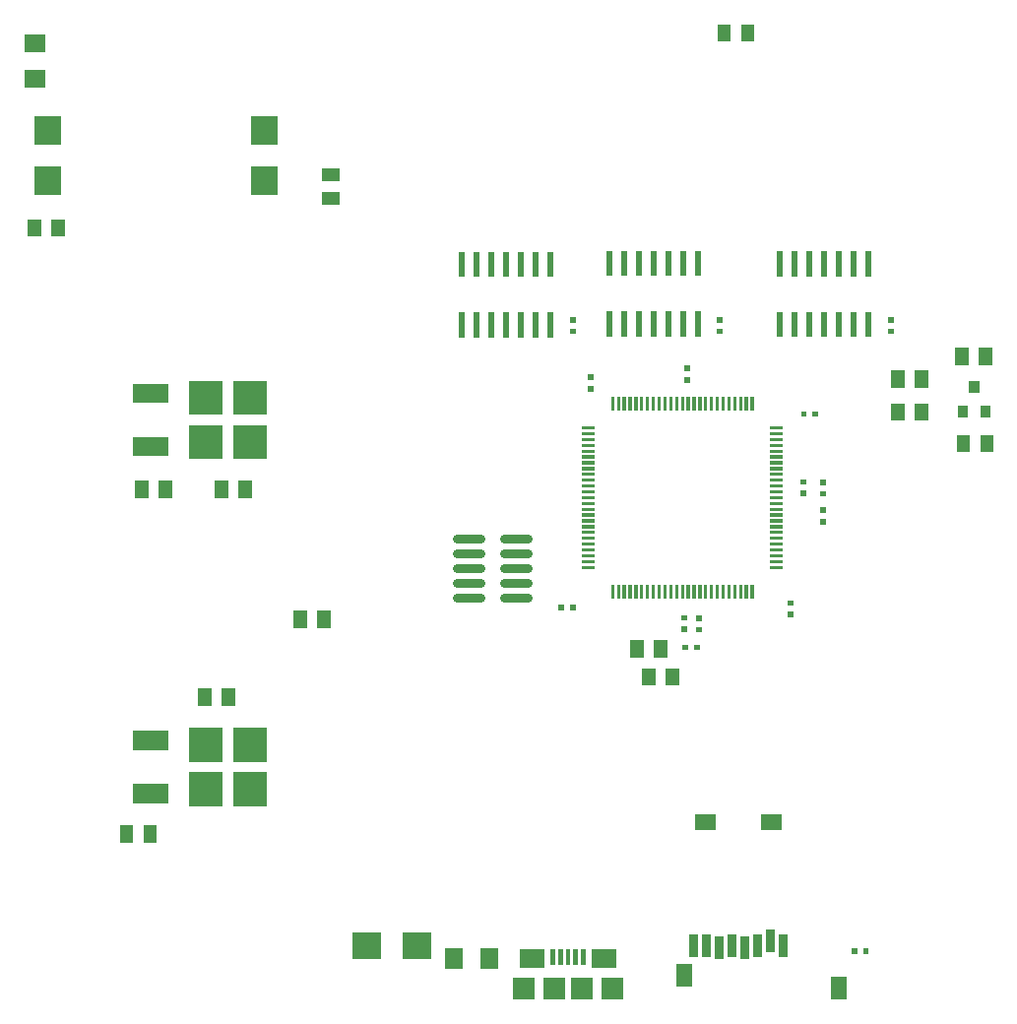
<source format=gtp>
G04 start of page 15 for group -4015 idx -4015 *
G04 Title: (unknown), toppaste *
G04 Creator: pcb 20110918 *
G04 CreationDate: Sun 22 Jun 2014 10:36:29 GMT UTC *
G04 For: michael *
G04 Format: Gerber/RS-274X *
G04 PCB-Dimensions: 393000 393700 *
G04 PCB-Coordinate-Origin: lower left *
%MOIN*%
%FSLAX25Y25*%
%LNTOPPASTE*%
%ADD197R,0.0551X0.0551*%
%ADD196R,0.0315X0.0315*%
%ADD195R,0.0650X0.0650*%
%ADD194R,0.0110X0.0110*%
%ADD193R,0.0600X0.0600*%
%ADD192R,0.0906X0.0906*%
%ADD191C,0.0290*%
%ADD190R,0.0709X0.0709*%
%ADD189R,0.0630X0.0630*%
%ADD188R,0.0158X0.0158*%
%ADD187C,0.0001*%
%ADD186R,0.0200X0.0200*%
%ADD185R,0.0450X0.0450*%
%ADD184R,0.0340X0.0340*%
G54D184*X328809Y201809D02*Y201209D01*
X336609Y201809D02*Y201209D01*
X332709Y210009D02*Y209409D01*
G54D185*X248000Y330400D02*Y329000D01*
X256000Y330400D02*Y329000D01*
X14500Y264400D02*Y263000D01*
X22500Y264400D02*Y263000D01*
G54D186*X239300Y254950D02*Y248450D01*
X234300Y254950D02*Y248450D01*
X229300Y254950D02*Y248450D01*
X224300Y254950D02*Y248450D01*
X219300Y254950D02*Y248450D01*
X214300Y254950D02*Y248450D01*
X209300Y254950D02*Y248450D01*
Y234450D02*Y227950D01*
X214300Y234450D02*Y227950D01*
X219300Y234450D02*Y227950D01*
X224300Y234450D02*Y227950D01*
X229300Y234450D02*Y227950D01*
X234300Y234450D02*Y227950D01*
X239300Y234450D02*Y227950D01*
G54D187*G36*
X295078Y19784D02*Y17816D01*
X297048D01*
Y19784D01*
X295078D01*
G37*
G36*
X291142D02*Y17816D01*
X293110D01*
Y19784D01*
X291142D01*
G37*
G54D186*X297000Y254700D02*Y248200D01*
X292000Y254700D02*Y248200D01*
X287000Y254700D02*Y248200D01*
X282000Y254700D02*Y248200D01*
X277000Y254700D02*Y248200D01*
X272000Y254700D02*Y248200D01*
X267000Y254700D02*Y248200D01*
Y234200D02*Y227700D01*
X272000Y234200D02*Y227700D01*
X277000Y234200D02*Y227700D01*
X282000Y234200D02*Y227700D01*
X287000Y234200D02*Y227700D01*
X292000Y234200D02*Y227700D01*
X297000Y234200D02*Y227700D01*
X189200Y254550D02*Y248050D01*
X184200Y254550D02*Y248050D01*
X179200Y254550D02*Y248050D01*
X174200Y254550D02*Y248050D01*
X169200Y254550D02*Y248050D01*
X164200Y254550D02*Y248050D01*
X159200Y254550D02*Y248050D01*
Y234050D02*Y227550D01*
X164200Y234050D02*Y227550D01*
X169200Y234050D02*Y227550D01*
X174200Y234050D02*Y227550D01*
X179200Y234050D02*Y227550D01*
X184200Y234050D02*Y227550D01*
X189200Y234050D02*Y227550D01*
G54D185*X222641Y112378D02*Y110978D01*
X230641Y112378D02*Y110978D01*
G54D188*X195225Y18602D02*Y14862D01*
X200343Y18602D02*Y14862D01*
X190107Y18602D02*Y14862D01*
X197784Y18602D02*Y14862D01*
X192666Y18602D02*Y14862D01*
G54D189*X182036Y16240D02*X184004D01*
X206445D02*X208414D01*
G54D190*X180264Y6397D02*Y6003D01*
G54D187*G36*
X186760Y9940D02*Y2460D01*
X194240D01*
Y9940D01*
X186760D01*
G37*
G36*
X196209D02*Y2460D01*
X203689D01*
Y9940D01*
X196209D01*
G37*
G54D190*X210185Y6397D02*Y6003D01*
G54D185*X218600Y121800D02*Y120400D01*
X226600Y121800D02*Y120400D01*
G54D191*X173578Y138391D02*X181678D01*
X173578Y143391D02*X181678D01*
X173578Y148391D02*X181678D01*
X173578Y153391D02*X181678D01*
X173578Y158391D02*X181678D01*
X157578Y138391D02*X165678D01*
X157578Y143391D02*X165678D01*
X157578Y148391D02*X165678D01*
X157578Y153391D02*X165678D01*
X157578Y158391D02*X165678D01*
G54D185*X104500Y131900D02*Y130500D01*
X112500Y131900D02*Y130500D01*
G54D187*G36*
X192016Y136184D02*Y134216D01*
X193984D01*
Y136184D01*
X192016D01*
G37*
G36*
X195952D02*Y134216D01*
X197922D01*
Y136184D01*
X195952D01*
G37*
G36*
X237952Y122684D02*Y120716D01*
X239922D01*
Y122684D01*
X237952D01*
G37*
G36*
X234016D02*Y120716D01*
X235984D01*
Y122684D01*
X234016D01*
G37*
G36*
X238722Y128697D02*Y126729D01*
X240691D01*
Y128697D01*
X238722D01*
G37*
G36*
Y132634D02*Y130666D01*
X240691D01*
Y132634D01*
X238722D01*
G37*
G36*
X278016Y201684D02*Y199716D01*
X279984D01*
Y201684D01*
X278016D01*
G37*
G36*
X274078D02*Y199716D01*
X276048D01*
Y201684D01*
X274078D01*
G37*
G36*
X196016Y233622D02*Y231652D01*
X197984D01*
Y233622D01*
X196016D01*
G37*
G36*
Y229684D02*Y227716D01*
X197984D01*
Y229684D01*
X196016D01*
G37*
G36*
X303516Y233622D02*Y231652D01*
X305484D01*
Y233622D01*
X303516D01*
G37*
G36*
Y229684D02*Y227716D01*
X305484D01*
Y229684D01*
X303516D01*
G37*
G36*
X234516Y217122D02*Y215152D01*
X236484D01*
Y217122D01*
X234516D01*
G37*
G36*
Y213184D02*Y211216D01*
X236484D01*
Y213184D01*
X234516D01*
G37*
G36*
X233578Y128747D02*Y126779D01*
X235548D01*
Y128747D01*
X233578D01*
G37*
G36*
Y132684D02*Y130716D01*
X235548D01*
Y132684D01*
X233578D01*
G37*
G36*
X245516Y233622D02*Y231652D01*
X247484D01*
Y233622D01*
X245516D01*
G37*
G36*
Y229684D02*Y227716D01*
X247484D01*
Y229684D01*
X245516D01*
G37*
G36*
X202016Y214184D02*Y212216D01*
X203984D01*
Y214184D01*
X202016D01*
G37*
G36*
Y210248D02*Y208278D01*
X203984D01*
Y210248D01*
X202016D01*
G37*
G36*
X269516Y133748D02*Y131778D01*
X271484D01*
Y133748D01*
X269516D01*
G37*
G36*
Y137684D02*Y135716D01*
X271484D01*
Y137684D01*
X269516D01*
G37*
G54D192*X19000Y280164D02*Y279377D01*
Y297093D02*Y296306D01*
G54D193*X14100Y326300D02*X15100D01*
X14100Y314300D02*X15100D01*
G54D192*X92500Y280094D02*Y279307D01*
Y297023D02*Y296236D01*
G54D193*X168400Y16900D02*Y15900D01*
X156400Y16900D02*Y15900D01*
G54D192*X126677Y20700D02*X127464D01*
X143606D02*X144393D01*
G54D185*X314900Y202100D02*Y200700D01*
X306900Y202100D02*Y200700D01*
X314859Y213122D02*Y211722D01*
X306859Y213122D02*Y211722D01*
G54D187*G36*
X280516Y178622D02*Y176652D01*
X282484D01*
Y178622D01*
X280516D01*
G37*
G36*
Y174684D02*Y172716D01*
X282484D01*
Y174684D01*
X280516D01*
G37*
G36*
X274016Y178684D02*Y176716D01*
X275984D01*
Y178684D01*
X274016D01*
G37*
G36*
Y174748D02*Y172778D01*
X275984D01*
Y174748D01*
X274016D01*
G37*
G36*
X280516Y165248D02*Y163278D01*
X282484D01*
Y165248D01*
X280516D01*
G37*
G36*
Y169184D02*Y167216D01*
X282484D01*
Y169184D01*
X280516D01*
G37*
G54D194*X200453Y196017D02*X203843D01*
X200453Y194049D02*X203843D01*
X200453Y192080D02*X203843D01*
X200453Y190112D02*X203843D01*
X200453Y188143D02*X203843D01*
X200453Y186175D02*X203843D01*
X200453Y184206D02*X203843D01*
X200453Y182238D02*X203843D01*
X200453Y180269D02*X203843D01*
X200453Y178301D02*X203843D01*
X200453Y176332D02*X203843D01*
X200453Y174364D02*X203843D01*
X200453Y172395D02*X203843D01*
X200453Y170427D02*X203843D01*
X200453Y168458D02*X203843D01*
X200453Y166490D02*X203843D01*
X200453Y164521D02*X203843D01*
X200453Y162553D02*X203843D01*
X200453Y160584D02*X203843D01*
X200453Y158616D02*X203843D01*
X200453Y156647D02*X203843D01*
X200453Y154679D02*X203843D01*
X200453Y152710D02*X203843D01*
X200453Y150742D02*X203843D01*
X200453Y148773D02*X203843D01*
X210331Y142285D02*Y138895D01*
X212299Y142285D02*Y138895D01*
X214268Y142285D02*Y138895D01*
X216236Y142285D02*Y138895D01*
X218205Y142285D02*Y138895D01*
X220173Y142285D02*Y138895D01*
X222142Y142285D02*Y138895D01*
X224110Y142285D02*Y138895D01*
X226079Y142285D02*Y138895D01*
X228047Y142285D02*Y138895D01*
X230016Y142285D02*Y138895D01*
X231984Y142285D02*Y138895D01*
X233953Y142285D02*Y138895D01*
X235921Y142285D02*Y138895D01*
X237890Y142285D02*Y138895D01*
X239858Y142285D02*Y138895D01*
X241827Y142285D02*Y138895D01*
X243795Y142285D02*Y138895D01*
X245764Y142285D02*Y138895D01*
X247732Y142285D02*Y138895D01*
X249701Y142285D02*Y138895D01*
X251669Y142285D02*Y138895D01*
X253638Y142285D02*Y138895D01*
X255606Y142285D02*Y138895D01*
X257575Y142285D02*Y138895D01*
X264063Y148773D02*X267453D01*
X264063Y150741D02*X267453D01*
X264063Y152710D02*X267453D01*
X264063Y154678D02*X267453D01*
X264063Y156647D02*X267453D01*
X264063Y158615D02*X267453D01*
X264063Y160584D02*X267453D01*
X264063Y162552D02*X267453D01*
X264063Y164521D02*X267453D01*
X264063Y166489D02*X267453D01*
X264063Y168458D02*X267453D01*
X264063Y170426D02*X267453D01*
X264063Y172395D02*X267453D01*
X264063Y174363D02*X267453D01*
X264063Y176332D02*X267453D01*
X264063Y178300D02*X267453D01*
X264063Y180269D02*X267453D01*
X264063Y182237D02*X267453D01*
X264063Y184206D02*X267453D01*
X264063Y186174D02*X267453D01*
X264063Y188143D02*X267453D01*
X264063Y190111D02*X267453D01*
X264063Y192080D02*X267453D01*
X264063Y194048D02*X267453D01*
X264063Y196017D02*X267453D01*
X257575Y205895D02*Y202505D01*
X255607Y205895D02*Y202505D01*
X253638Y205895D02*Y202505D01*
X251670Y205895D02*Y202505D01*
X249701Y205895D02*Y202505D01*
X247733Y205895D02*Y202505D01*
X245764Y205895D02*Y202505D01*
X243796Y205895D02*Y202505D01*
X241827Y205895D02*Y202505D01*
X239859Y205895D02*Y202505D01*
X237890Y205895D02*Y202505D01*
X235922Y205895D02*Y202505D01*
X233953Y205895D02*Y202505D01*
X231985Y205895D02*Y202505D01*
X230016Y205895D02*Y202505D01*
X228048Y205895D02*Y202505D01*
X226079Y205895D02*Y202505D01*
X224111Y205895D02*Y202505D01*
X222142Y205895D02*Y202505D01*
X220174Y205895D02*Y202505D01*
X218205Y205895D02*Y202505D01*
X216237Y205895D02*Y202505D01*
X214268Y205895D02*Y202505D01*
X212300Y205895D02*Y202505D01*
X210331Y205895D02*Y202505D01*
G54D185*X72206Y105680D02*Y104280D01*
X80206Y105680D02*Y104280D01*
G54D187*G36*
X81750Y79450D02*Y67950D01*
X93250D01*
Y79450D01*
X81750D01*
G37*
G36*
Y94450D02*Y82950D01*
X93250D01*
Y94450D01*
X81750D01*
G37*
G36*
X66750Y79450D02*Y67950D01*
X78250D01*
Y79450D01*
X66750D01*
G37*
G36*
Y94450D02*Y82950D01*
X78250D01*
Y94450D01*
X66750D01*
G37*
G54D195*X51000Y72200D02*X56500D01*
X51000Y90200D02*X56500D01*
G54D185*X45706Y59180D02*Y57780D01*
X53706Y59180D02*Y57780D01*
G54D187*G36*
X81750Y196950D02*Y185450D01*
X93250D01*
Y196950D01*
X81750D01*
G37*
G36*
Y211950D02*Y200450D01*
X93250D01*
Y211950D01*
X81750D01*
G37*
G36*
X66750Y196950D02*Y185450D01*
X78250D01*
Y196950D01*
X66750D01*
G37*
G36*
Y211950D02*Y200450D01*
X78250D01*
Y211950D01*
X66750D01*
G37*
G54D195*X51000Y189700D02*X56500D01*
X51000Y207700D02*X56500D01*
G54D185*X77823Y175912D02*Y174512D01*
X85823Y175912D02*Y174512D01*
X58823Y175912D02*Y174512D01*
X50823Y175912D02*Y174512D01*
X114300Y281700D02*X115700D01*
X114300Y273700D02*X115700D01*
G54D196*X268055Y23101D02*Y18601D01*
X263724Y24676D02*Y20176D01*
X259394Y23101D02*Y18601D01*
X255063Y22313D02*Y17813D01*
X250732Y23101D02*Y18601D01*
X246402Y22313D02*Y17813D01*
X242071Y23101D02*Y18601D01*
X237740Y23101D02*Y18601D01*
G54D197*X234591Y11683D02*Y9715D01*
X240890Y62471D02*X242465D01*
X263331D02*X264906D01*
X286953Y7353D02*Y5384D01*
G54D185*X329000Y191400D02*Y190000D01*
X337000Y191400D02*Y190000D01*
X328500Y220900D02*Y219500D01*
X336500Y220900D02*Y219500D01*
M02*

</source>
